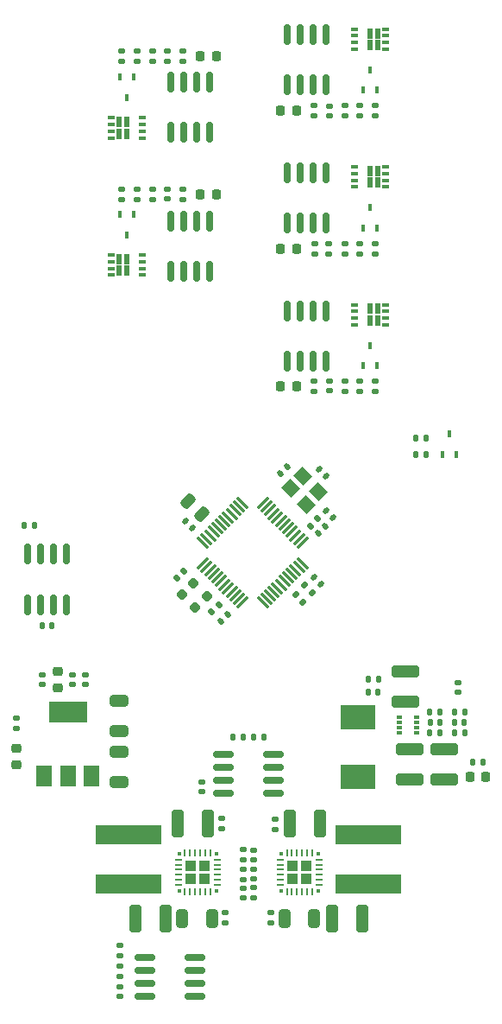
<source format=gtp>
G04 #@! TF.GenerationSoftware,KiCad,Pcbnew,(6.0.6)*
G04 #@! TF.CreationDate,2023-02-05T11:57:00-05:00*
G04 #@! TF.ProjectId,KXRPowerBoardV2,4b585250-6f77-4657-9242-6f6172645632,rev?*
G04 #@! TF.SameCoordinates,Original*
G04 #@! TF.FileFunction,Paste,Top*
G04 #@! TF.FilePolarity,Positive*
%FSLAX46Y46*%
G04 Gerber Fmt 4.6, Leading zero omitted, Abs format (unit mm)*
G04 Created by KiCad (PCBNEW (6.0.6)) date 2023-02-05 11:57:00*
%MOMM*%
%LPD*%
G01*
G04 APERTURE LIST*
G04 Aperture macros list*
%AMRoundRect*
0 Rectangle with rounded corners*
0 $1 Rounding radius*
0 $2 $3 $4 $5 $6 $7 $8 $9 X,Y pos of 4 corners*
0 Add a 4 corners polygon primitive as box body*
4,1,4,$2,$3,$4,$5,$6,$7,$8,$9,$2,$3,0*
0 Add four circle primitives for the rounded corners*
1,1,$1+$1,$2,$3*
1,1,$1+$1,$4,$5*
1,1,$1+$1,$6,$7*
1,1,$1+$1,$8,$9*
0 Add four rect primitives between the rounded corners*
20,1,$1+$1,$2,$3,$4,$5,0*
20,1,$1+$1,$4,$5,$6,$7,0*
20,1,$1+$1,$6,$7,$8,$9,0*
20,1,$1+$1,$8,$9,$2,$3,0*%
%AMRotRect*
0 Rectangle, with rotation*
0 The origin of the aperture is its center*
0 $1 length*
0 $2 width*
0 $3 Rotation angle, in degrees counterclockwise*
0 Add horizontal line*
21,1,$1,$2,0,0,$3*%
G04 Aperture macros list end*
%ADD10RoundRect,0.135000X-0.185000X0.135000X-0.185000X-0.135000X0.185000X-0.135000X0.185000X0.135000X0*%
%ADD11RoundRect,0.140000X0.170000X-0.140000X0.170000X0.140000X-0.170000X0.140000X-0.170000X-0.140000X0*%
%ADD12RoundRect,0.135000X0.135000X0.185000X-0.135000X0.185000X-0.135000X-0.185000X0.135000X-0.185000X0*%
%ADD13R,0.450000X0.700000*%
%ADD14RoundRect,0.140000X0.219203X0.021213X0.021213X0.219203X-0.219203X-0.021213X-0.021213X-0.219203X0*%
%ADD15RoundRect,0.135000X0.185000X-0.135000X0.185000X0.135000X-0.185000X0.135000X-0.185000X-0.135000X0*%
%ADD16RoundRect,0.140000X-0.219203X-0.021213X-0.021213X-0.219203X0.219203X0.021213X0.021213X0.219203X0*%
%ADD17RoundRect,0.135000X-0.135000X-0.185000X0.135000X-0.185000X0.135000X0.185000X-0.135000X0.185000X0*%
%ADD18RoundRect,0.218750X0.026517X-0.335876X0.335876X-0.026517X-0.026517X0.335876X-0.335876X0.026517X0*%
%ADD19RoundRect,0.140000X-0.170000X0.140000X-0.170000X-0.140000X0.170000X-0.140000X0.170000X0.140000X0*%
%ADD20RoundRect,0.250000X-0.325000X-0.650000X0.325000X-0.650000X0.325000X0.650000X-0.325000X0.650000X0*%
%ADD21RoundRect,0.135000X-0.035355X0.226274X-0.226274X0.035355X0.035355X-0.226274X0.226274X-0.035355X0*%
%ADD22RoundRect,0.250000X0.325000X1.100000X-0.325000X1.100000X-0.325000X-1.100000X0.325000X-1.100000X0*%
%ADD23RoundRect,0.140000X0.140000X0.170000X-0.140000X0.170000X-0.140000X-0.170000X0.140000X-0.170000X0*%
%ADD24R,0.700000X0.420000*%
%ADD25R,0.600000X1.000000*%
%ADD26RoundRect,0.218750X0.218750X0.256250X-0.218750X0.256250X-0.218750X-0.256250X0.218750X-0.256250X0*%
%ADD27RoundRect,0.150000X0.825000X0.150000X-0.825000X0.150000X-0.825000X-0.150000X0.825000X-0.150000X0*%
%ADD28R,1.500000X2.000000*%
%ADD29R,3.800000X2.000000*%
%ADD30RoundRect,0.250000X-0.512652X-0.159099X-0.159099X-0.512652X0.512652X0.159099X0.159099X0.512652X0*%
%ADD31RoundRect,0.250000X-0.325000X-1.100000X0.325000X-1.100000X0.325000X1.100000X-0.325000X1.100000X0*%
%ADD32RoundRect,0.218750X0.256250X-0.218750X0.256250X0.218750X-0.256250X0.218750X-0.256250X-0.218750X0*%
%ADD33RoundRect,0.140000X0.021213X-0.219203X0.219203X-0.021213X-0.021213X0.219203X-0.219203X0.021213X0*%
%ADD34RoundRect,0.218750X-0.218750X-0.256250X0.218750X-0.256250X0.218750X0.256250X-0.218750X0.256250X0*%
%ADD35RoundRect,0.135000X-0.226274X-0.035355X-0.035355X-0.226274X0.226274X0.035355X0.035355X0.226274X0*%
%ADD36R,3.500000X2.450000*%
%ADD37RoundRect,0.250000X-1.100000X0.325000X-1.100000X-0.325000X1.100000X-0.325000X1.100000X0.325000X0*%
%ADD38RotRect,1.400000X1.200000X315.000000*%
%ADD39RoundRect,0.250000X0.325000X0.650000X-0.325000X0.650000X-0.325000X-0.650000X0.325000X-0.650000X0*%
%ADD40RoundRect,0.140000X-0.021213X0.219203X-0.219203X0.021213X0.021213X-0.219203X0.219203X-0.021213X0*%
%ADD41RoundRect,0.250000X1.100000X-0.325000X1.100000X0.325000X-1.100000X0.325000X-1.100000X-0.325000X0*%
%ADD42RoundRect,0.150000X0.150000X-0.825000X0.150000X0.825000X-0.150000X0.825000X-0.150000X-0.825000X0*%
%ADD43R,6.500000X1.920000*%
%ADD44RoundRect,0.150000X-0.150000X0.825000X-0.150000X-0.825000X0.150000X-0.825000X0.150000X0.825000X0*%
%ADD45R,0.250000X0.700000*%
%ADD46R,0.700000X0.250000*%
%ADD47R,1.125000X1.125000*%
%ADD48R,0.375000X0.375000*%
%ADD49RoundRect,0.140000X-0.140000X-0.170000X0.140000X-0.170000X0.140000X0.170000X-0.140000X0.170000X0*%
%ADD50R,0.475000X0.300000*%
%ADD51RoundRect,0.218750X-0.256250X0.218750X-0.256250X-0.218750X0.256250X-0.218750X0.256250X0.218750X0*%
%ADD52RoundRect,0.250000X-0.650000X0.325000X-0.650000X-0.325000X0.650000X-0.325000X0.650000X0.325000X0*%
%ADD53RoundRect,0.075000X0.415425X0.521491X-0.521491X-0.415425X-0.415425X-0.521491X0.521491X0.415425X0*%
%ADD54RoundRect,0.075000X-0.415425X0.521491X-0.521491X0.415425X0.415425X-0.521491X0.521491X-0.415425X0*%
G04 APERTURE END LIST*
D10*
X189046000Y-69375000D03*
X189046000Y-70395000D03*
D11*
X207927250Y-89157000D03*
X207927250Y-88197000D03*
D10*
X190546000Y-69375000D03*
X190546000Y-70395000D03*
D12*
X221210000Y-120650000D03*
X220190000Y-120650000D03*
D13*
X219048000Y-95400000D03*
X220348000Y-95400000D03*
X219698000Y-93400000D03*
D14*
X207120411Y-108060411D03*
X206441589Y-107381589D03*
D15*
X206502000Y-75760000D03*
X206502000Y-74740000D03*
D16*
X206889812Y-96810731D03*
X207568634Y-97489553D03*
D10*
X197700000Y-140290000D03*
X197700000Y-141310000D03*
X193546000Y-69375000D03*
X193546000Y-70395000D03*
D17*
X221994000Y-125500000D03*
X223014000Y-125500000D03*
D15*
X212427250Y-62250000D03*
X212427250Y-61230000D03*
D18*
X193441000Y-109141847D03*
X194554694Y-108028153D03*
D11*
X207927250Y-62200000D03*
X207927250Y-61240000D03*
D19*
X200500000Y-136040000D03*
X200500000Y-137000000D03*
D20*
X193500000Y-140825000D03*
X196450000Y-140825000D03*
D17*
X216438000Y-95370000D03*
X217458000Y-95370000D03*
D21*
X197083624Y-110129376D03*
X196362376Y-110850624D03*
D22*
X191818000Y-140825000D03*
X188868000Y-140825000D03*
D23*
X180713000Y-112125000D03*
X179753000Y-112125000D03*
D24*
X186546000Y-63070000D03*
D25*
X187316000Y-63960000D03*
D24*
X186546000Y-64370000D03*
X186546000Y-62420000D03*
D25*
X188026000Y-62830000D03*
D24*
X186546000Y-63720000D03*
D25*
X188026000Y-63960000D03*
X187316000Y-62830000D03*
D24*
X189546000Y-64370000D03*
X189546000Y-63720000D03*
X189546000Y-63070000D03*
X189546000Y-62420000D03*
D17*
X217790000Y-122700000D03*
X218810000Y-122700000D03*
D13*
X211277250Y-73197000D03*
X212577250Y-73197000D03*
X211927250Y-71197000D03*
D25*
X188026000Y-77395000D03*
X188026000Y-76265000D03*
D24*
X186546000Y-75855000D03*
X186546000Y-76505000D03*
D25*
X187316000Y-76265000D03*
D24*
X186546000Y-77805000D03*
X186546000Y-77155000D03*
D25*
X187316000Y-77395000D03*
D24*
X189546000Y-77805000D03*
X189546000Y-77155000D03*
X189546000Y-76505000D03*
X189546000Y-75855000D03*
D26*
X196833500Y-69885000D03*
X195258500Y-69885000D03*
D15*
X212427250Y-75760000D03*
X212427250Y-74740000D03*
D24*
X213427250Y-69172000D03*
X213427250Y-68522000D03*
D25*
X211947250Y-68762000D03*
X212657250Y-68762000D03*
D24*
X213427250Y-67872000D03*
D25*
X211947250Y-67632000D03*
D24*
X213427250Y-67222000D03*
D25*
X212657250Y-67632000D03*
D24*
X210427250Y-67222000D03*
X210427250Y-67872000D03*
X210427250Y-68522000D03*
X210427250Y-69172000D03*
D27*
X194775000Y-148505000D03*
X194775000Y-147235000D03*
X194775000Y-145965000D03*
X194775000Y-144695000D03*
X189825000Y-144695000D03*
X189825000Y-145965000D03*
X189825000Y-147235000D03*
X189825000Y-148505000D03*
D28*
X179950000Y-126900000D03*
X182250000Y-126900000D03*
D29*
X182250000Y-120600000D03*
D28*
X184550000Y-126900000D03*
D16*
X193816589Y-101939589D03*
X194495411Y-102618411D03*
D30*
X194062498Y-99935498D03*
X195406000Y-101279000D03*
D31*
X208192000Y-140825000D03*
X211142000Y-140825000D03*
D23*
X218780000Y-121650000D03*
X217820000Y-121650000D03*
D15*
X206427250Y-62250000D03*
X206427250Y-61230000D03*
D32*
X177250000Y-125787500D03*
X177250000Y-124212500D03*
D19*
X179750000Y-116980000D03*
X179750000Y-117940000D03*
D27*
X202475000Y-128605000D03*
X202475000Y-127335000D03*
X202475000Y-126065000D03*
X202475000Y-124795000D03*
X197525000Y-124795000D03*
X197525000Y-126065000D03*
X197525000Y-127335000D03*
X197525000Y-128605000D03*
D33*
X197272589Y-111718411D03*
X197951411Y-111039589D03*
D26*
X196833500Y-56395000D03*
X195258500Y-56395000D03*
D34*
X203139750Y-88697000D03*
X204714750Y-88697000D03*
D35*
X205506376Y-108224376D03*
X206227624Y-108945624D03*
D36*
X210770000Y-121131000D03*
X210770000Y-126981000D03*
D15*
X210927250Y-75760000D03*
X210927250Y-74740000D03*
D12*
X199510000Y-123100000D03*
X198490000Y-123100000D03*
D10*
X187546000Y-69375000D03*
X187546000Y-70395000D03*
D37*
X215392000Y-116635000D03*
X215392000Y-119585000D03*
D35*
X204637752Y-109133752D03*
X205359000Y-109855000D03*
D38*
X204100365Y-98723365D03*
X205656000Y-100279000D03*
X206858081Y-99076919D03*
X205302446Y-97521284D03*
D39*
X206450000Y-140825000D03*
X203500000Y-140825000D03*
D17*
X220190000Y-122700000D03*
X221210000Y-122700000D03*
D19*
X199500000Y-137860000D03*
X199500000Y-138820000D03*
D15*
X209427250Y-89217000D03*
X209427250Y-88197000D03*
D21*
X193654624Y-106827376D03*
X192933376Y-107548624D03*
D13*
X188696000Y-71895000D03*
X187396000Y-71895000D03*
X188046000Y-73895000D03*
D40*
X207495411Y-102439589D03*
X206816589Y-103118411D03*
D10*
X199500000Y-136000000D03*
X199500000Y-137020000D03*
D15*
X210927250Y-62250000D03*
X210927250Y-61230000D03*
X206427250Y-89207000D03*
X206427250Y-88187000D03*
D41*
X215800000Y-127205000D03*
X215800000Y-124255000D03*
D34*
X203139750Y-61740000D03*
X204714750Y-61740000D03*
D10*
X197400000Y-131065000D03*
X197400000Y-132085000D03*
D42*
X178308000Y-110100000D03*
X179578000Y-110100000D03*
X180848000Y-110100000D03*
X182118000Y-110100000D03*
X182118000Y-105150000D03*
X180848000Y-105150000D03*
X179578000Y-105150000D03*
X178308000Y-105150000D03*
D12*
X201510000Y-123100000D03*
X200490000Y-123100000D03*
D43*
X211755000Y-137485000D03*
X211755000Y-132665000D03*
D11*
X207899000Y-75730000D03*
X207899000Y-74770000D03*
D16*
X207566589Y-100939589D03*
X208245411Y-101618411D03*
D44*
X207582250Y-54222000D03*
X206312250Y-54222000D03*
X205042250Y-54222000D03*
X203772250Y-54222000D03*
X203772250Y-59172000D03*
X205042250Y-59172000D03*
X206312250Y-59172000D03*
X207582250Y-59172000D03*
D13*
X211277250Y-86697000D03*
X212577250Y-86697000D03*
X211927250Y-84697000D03*
D10*
X177250000Y-121250000D03*
X177250000Y-122270000D03*
D19*
X192046000Y-69405000D03*
X192046000Y-70365000D03*
D45*
X196255000Y-134425000D03*
X195755000Y-134425000D03*
X195255000Y-134425000D03*
X194755000Y-134425000D03*
X194255000Y-134425000D03*
X193755000Y-134425000D03*
D46*
X193105000Y-135075000D03*
X193105000Y-135575000D03*
X193105000Y-136075000D03*
X193105000Y-136575000D03*
X193105000Y-137075000D03*
X193105000Y-137575000D03*
D45*
X193755000Y-138225000D03*
X194255000Y-138225000D03*
X194755000Y-138225000D03*
X195255000Y-138225000D03*
X195755000Y-138225000D03*
X196255000Y-138225000D03*
D46*
X196905000Y-137575000D03*
X196905000Y-137075000D03*
X196905000Y-136575000D03*
X196905000Y-136075000D03*
X196905000Y-135575000D03*
X196905000Y-135075000D03*
D47*
X195667000Y-135662000D03*
X195667000Y-136987000D03*
X194343000Y-135662000D03*
X194343000Y-136987000D03*
D48*
X196818000Y-134512000D03*
X193192000Y-134512000D03*
X193192000Y-138138000D03*
X196818000Y-138138000D03*
D15*
X212427250Y-89207000D03*
X212427250Y-88187000D03*
D12*
X179010000Y-102300000D03*
X177990000Y-102300000D03*
D15*
X187400000Y-144510000D03*
X187400000Y-143490000D03*
D40*
X203818634Y-96560731D03*
X203139812Y-97239553D03*
D44*
X207645000Y-81345000D03*
X206375000Y-81345000D03*
X205105000Y-81345000D03*
X203835000Y-81345000D03*
X203835000Y-86295000D03*
X205105000Y-86295000D03*
X206375000Y-86295000D03*
X207645000Y-86295000D03*
D17*
X216438000Y-93800000D03*
X217458000Y-93800000D03*
D41*
X219202000Y-127205000D03*
X219202000Y-124255000D03*
D34*
X203139750Y-75250000D03*
X204714750Y-75250000D03*
D11*
X182750000Y-117960000D03*
X182750000Y-117000000D03*
D42*
X192391000Y-63816000D03*
X193661000Y-63816000D03*
X194931000Y-63816000D03*
X196201000Y-63816000D03*
X196201000Y-58866000D03*
X194931000Y-58866000D03*
X193661000Y-58866000D03*
X192391000Y-58866000D03*
D44*
X207582250Y-67775000D03*
X206312250Y-67775000D03*
X205042250Y-67775000D03*
X203772250Y-67775000D03*
X203772250Y-72725000D03*
X205042250Y-72725000D03*
X206312250Y-72725000D03*
X207582250Y-72725000D03*
D49*
X211720000Y-118700000D03*
X212680000Y-118700000D03*
D21*
X206766624Y-101668376D03*
X206045376Y-102389624D03*
D45*
X203755000Y-138225000D03*
X204255000Y-138225000D03*
X204755000Y-138225000D03*
X205255000Y-138225000D03*
X205755000Y-138225000D03*
X206255000Y-138225000D03*
D46*
X206905000Y-137575000D03*
X206905000Y-137075000D03*
X206905000Y-136575000D03*
X206905000Y-136075000D03*
X206905000Y-135575000D03*
X206905000Y-135075000D03*
D45*
X206255000Y-134425000D03*
X205755000Y-134425000D03*
X205255000Y-134425000D03*
X204755000Y-134425000D03*
X204255000Y-134425000D03*
X203755000Y-134425000D03*
D46*
X203105000Y-135075000D03*
X203105000Y-135575000D03*
X203105000Y-136075000D03*
X203105000Y-136575000D03*
X203105000Y-137075000D03*
X203105000Y-137575000D03*
D47*
X204343000Y-136988000D03*
X204343000Y-135663000D03*
X205667000Y-136988000D03*
X205667000Y-135663000D03*
D48*
X203192000Y-138138000D03*
X206818000Y-138138000D03*
X206818000Y-134512000D03*
X203192000Y-134512000D03*
D11*
X200500000Y-135120000D03*
X200500000Y-134160000D03*
D22*
X206980000Y-131575000D03*
X204030000Y-131575000D03*
D10*
X187546000Y-55885000D03*
X187546000Y-56905000D03*
D11*
X220600000Y-118680000D03*
X220600000Y-117720000D03*
D15*
X209427250Y-62250000D03*
X209427250Y-61230000D03*
D10*
X190546000Y-55885000D03*
X190546000Y-56905000D03*
D42*
X192391000Y-77475000D03*
X193661000Y-77475000D03*
X194931000Y-77475000D03*
X196201000Y-77475000D03*
X196201000Y-72525000D03*
X194931000Y-72525000D03*
X193661000Y-72525000D03*
X192391000Y-72525000D03*
D15*
X202200000Y-141310000D03*
X202200000Y-140290000D03*
D43*
X188255000Y-137485000D03*
X188255000Y-132665000D03*
D10*
X199500000Y-134110000D03*
X199500000Y-135130000D03*
D19*
X192046000Y-55895000D03*
X192046000Y-56855000D03*
D10*
X193546000Y-55885000D03*
X193546000Y-56905000D03*
D13*
X188696000Y-58395000D03*
X187396000Y-58395000D03*
X188046000Y-60395000D03*
D19*
X187400000Y-147540000D03*
X187400000Y-148500000D03*
D50*
X214808000Y-121170000D03*
X214808000Y-121670000D03*
X214808000Y-122170000D03*
X214808000Y-122670000D03*
X216484000Y-122670000D03*
X216484000Y-122170000D03*
X216484000Y-121670000D03*
X216484000Y-121170000D03*
D15*
X202600000Y-132110000D03*
X202600000Y-131090000D03*
D18*
X194769153Y-110411847D03*
X195882847Y-109298153D03*
D24*
X213427250Y-54372000D03*
X213427250Y-55672000D03*
D25*
X211947250Y-54132000D03*
D24*
X213427250Y-55022000D03*
D25*
X212657250Y-54132000D03*
X212657250Y-55262000D03*
D24*
X213427250Y-53722000D03*
D25*
X211947250Y-55262000D03*
D24*
X210427250Y-53722000D03*
X210427250Y-54372000D03*
X210427250Y-55022000D03*
X210427250Y-55672000D03*
D13*
X211277250Y-59697000D03*
X212577250Y-59697000D03*
X211927250Y-57697000D03*
D15*
X187400000Y-146510000D03*
X187400000Y-145490000D03*
D17*
X217790000Y-120650000D03*
X218810000Y-120650000D03*
D51*
X181250000Y-116692500D03*
X181250000Y-118267500D03*
D15*
X210927250Y-89207000D03*
X210927250Y-88187000D03*
D25*
X212657250Y-81132000D03*
D24*
X213427250Y-81372000D03*
D25*
X211947250Y-81132000D03*
D24*
X213427250Y-80722000D03*
D25*
X211947250Y-82262000D03*
X212657250Y-82262000D03*
D24*
X213427250Y-82672000D03*
X213427250Y-82022000D03*
X210427250Y-80722000D03*
X210427250Y-81372000D03*
X210427250Y-82022000D03*
X210427250Y-82672000D03*
D52*
X187250000Y-124525000D03*
X187250000Y-127475000D03*
D11*
X184000000Y-117960000D03*
X184000000Y-117000000D03*
D19*
X195450000Y-127495000D03*
X195450000Y-128455000D03*
D34*
X221716500Y-127000000D03*
X223291500Y-127000000D03*
D31*
X193030000Y-131575000D03*
X195980000Y-131575000D03*
D23*
X221180000Y-121666000D03*
X220220000Y-121666000D03*
D15*
X209427250Y-75760000D03*
X209427250Y-74740000D03*
D10*
X189046000Y-55885000D03*
X189046000Y-56905000D03*
D17*
X211718000Y-117430000D03*
X212738000Y-117430000D03*
D15*
X200500000Y-138830000D03*
X200500000Y-137810000D03*
D52*
X187250000Y-119525000D03*
X187250000Y-122475000D03*
D53*
X205293876Y-104030212D03*
X204940322Y-103676658D03*
X204586769Y-103323105D03*
X204233215Y-102969551D03*
X203879662Y-102615998D03*
X203526109Y-102262445D03*
X203172555Y-101908891D03*
X202819002Y-101555338D03*
X202465449Y-101201785D03*
X202111895Y-100848231D03*
X201758342Y-100494678D03*
X201404788Y-100141124D03*
D54*
X199407212Y-100141124D03*
X199053658Y-100494678D03*
X198700105Y-100848231D03*
X198346551Y-101201785D03*
X197992998Y-101555338D03*
X197639445Y-101908891D03*
X197285891Y-102262445D03*
X196932338Y-102615998D03*
X196578785Y-102969551D03*
X196225231Y-103323105D03*
X195871678Y-103676658D03*
X195518124Y-104030212D03*
D53*
X195518124Y-106027788D03*
X195871678Y-106381342D03*
X196225231Y-106734895D03*
X196578785Y-107088449D03*
X196932338Y-107442002D03*
X197285891Y-107795555D03*
X197639445Y-108149109D03*
X197992998Y-108502662D03*
X198346551Y-108856215D03*
X198700105Y-109209769D03*
X199053658Y-109563322D03*
X199407212Y-109916876D03*
D54*
X201404788Y-109916876D03*
X201758342Y-109563322D03*
X202111895Y-109209769D03*
X202465449Y-108856215D03*
X202819002Y-108502662D03*
X203172555Y-108149109D03*
X203526109Y-107795555D03*
X203879662Y-107442002D03*
X204233215Y-107088449D03*
X204586769Y-106734895D03*
X204940322Y-106381342D03*
X205293876Y-106027788D03*
M02*

</source>
